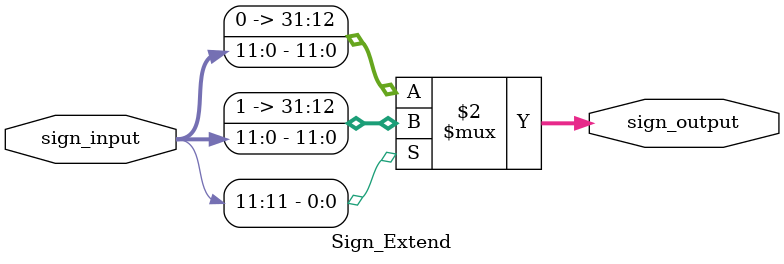
<source format=v>
module Sign_Extend (
		input [11:0] sign_input,
		output [31:0] sign_output);
		
		assign sign_output = (sign_input[11] == 1)? {20'b11111_11111_11111_11111,sign_input}:{20'b0,sign_input};
endmodule
</source>
